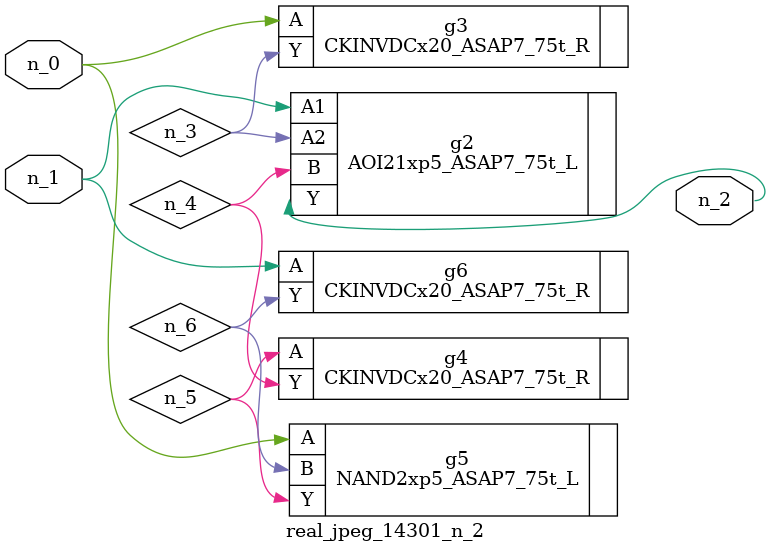
<source format=v>
module real_jpeg_14301_n_2 (n_1, n_0, n_2);

input n_1;
input n_0;

output n_2;

wire n_5;
wire n_4;
wire n_6;
wire n_3;

CKINVDCx20_ASAP7_75t_R g3 ( 
.A(n_0),
.Y(n_3)
);

NAND2xp5_ASAP7_75t_L g5 ( 
.A(n_0),
.B(n_6),
.Y(n_5)
);

AOI21xp5_ASAP7_75t_L g2 ( 
.A1(n_1),
.A2(n_3),
.B(n_4),
.Y(n_2)
);

CKINVDCx20_ASAP7_75t_R g6 ( 
.A(n_1),
.Y(n_6)
);

CKINVDCx20_ASAP7_75t_R g4 ( 
.A(n_5),
.Y(n_4)
);


endmodule
</source>
